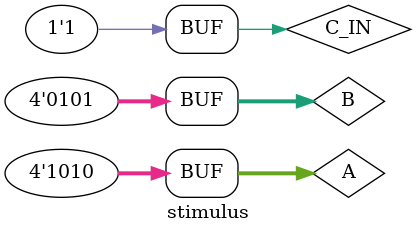
<source format=v>
module fulladd(sum, c_out, a, b, c_in);
  output sum, c_out;
  input a, b, c_in;

  wire s1, c1, c2;

  xor (s1, a, b);
  and (c1, a, b);

  xor(sum, s1, c_in);
  and(c2, s1, c_in);

  xor(c_out, c2, c1);
endmodule

module fulladd4(sum, c_out, a, b, c_in);
  output [3:0] sum;
  output c_out;
  input [3:0] a, b;
  input c_in;

  wire c1, c2, c3;

  fulladd fa0(sum[0], c1, a[0], b[0], c_in);
  fulladd fa1(sum[1], c2, a[1], b[1], c1);
  fulladd fa2(sum[2], c3, a[2], b[2], c2);
  fulladd fa3(sum[3], c_out, a[3], b[3], c3);
endmodule

module stimulus;
  reg [3:0] A, B;
  reg C_IN;
  wire [3:0] SUM;
  wire C_OUT;

  fulladd4 FA1_4(SUM, C_OUT, A, B, C_IN);

  initial
    begin
      $monitor($time, "A= %b, B= %b, C_IN= %b, --- C_OUT = %b, SUM= %b\n", A, B, C_IN, C_OUT, SUM);
    end

  initial
    begin
      A = 4'd0; B = 4'd0; C_IN = 1'b0;
      #5 A = 4'd3; B = 4'd4;
      #5 A = 4'd2; B = 4'd5;
      #5 A = 4'd9; B = 4'd9;
      #5 A = 4'd10; B = 4'd15;
      #5 A = 4'd10; B = 4'd5; C_IN = 1'b1;
    end
endmodule

</source>
